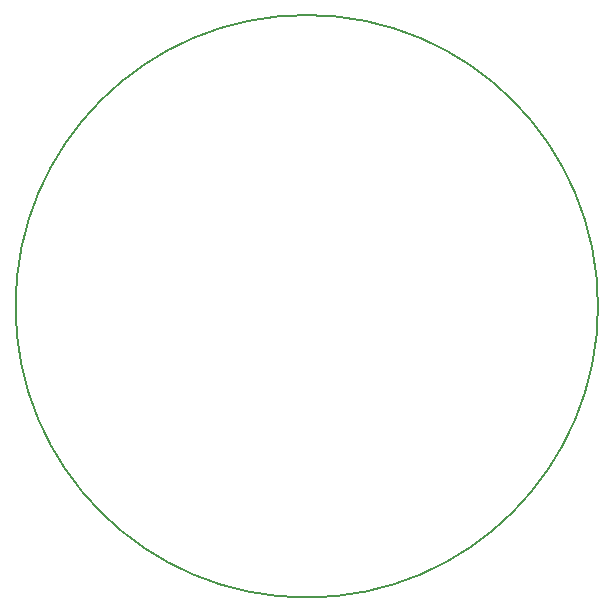
<source format=gbr>
%TF.GenerationSoftware,KiCad,Pcbnew,4.0.7*%
%TF.CreationDate,2020-08-23T22:37:40+12:00*%
%TF.ProjectId,jar-of-dirt,6A61722D6F662D646972742E6B696361,rev?*%
%TF.FileFunction,Profile,NP*%
%FSLAX46Y46*%
G04 Gerber Fmt 4.6, Leading zero omitted, Abs format (unit mm)*
G04 Created by KiCad (PCBNEW 4.0.7) date 2020 August 23, Sunday 22:37:40*
%MOMM*%
%LPD*%
G01*
G04 APERTURE LIST*
%ADD10C,0.150000*%
G04 APERTURE END LIST*
D10*
X146578940Y-74930000D02*
G75*
G03X146578940Y-74930000I-24658940J0D01*
G01*
M02*

</source>
